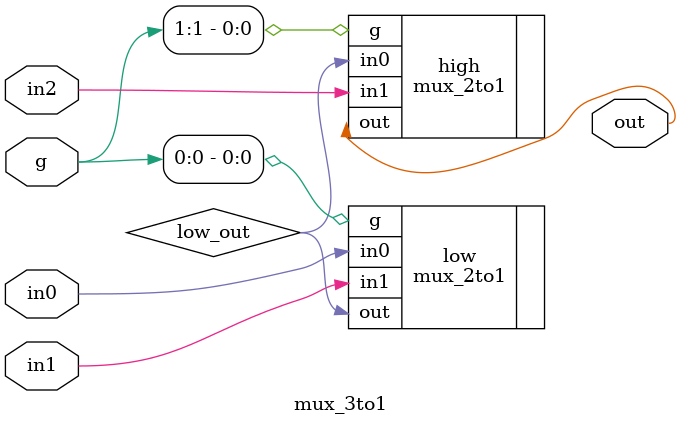
<source format=sv>
`timescale 1ns / 1ps

module mux_3to1(
    input logic in0, in1, in2,
    input logic [1:0] g,
    output logic out
    );
    
    logic low_out;
    
    mux_2to1 low(
    .in0(in0),
    .in1(in1),
    .g(g[0]),
    .out(low_out)
    );
    
    mux_2to1 high(
    .in0(low_out),
    .in1(in2),
    .g(g[1]),
    .out(out)
    ); 
    
endmodule
</source>
